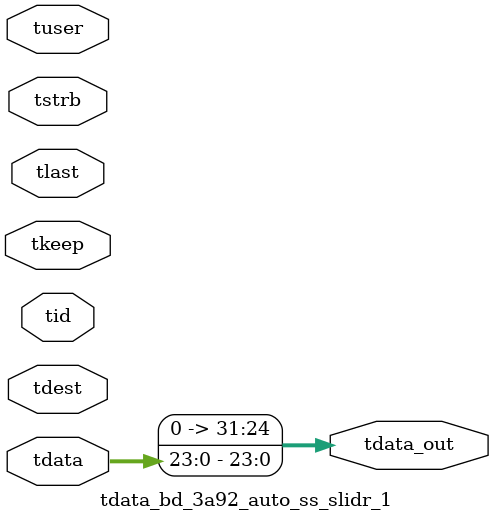
<source format=v>


`timescale 1ps/1ps

module tdata_bd_3a92_auto_ss_slidr_1 #
(
parameter C_S_AXIS_TDATA_WIDTH = 32,
parameter C_S_AXIS_TUSER_WIDTH = 0,
parameter C_S_AXIS_TID_WIDTH   = 0,
parameter C_S_AXIS_TDEST_WIDTH = 0,
parameter C_M_AXIS_TDATA_WIDTH = 32
)
(
input  [(C_S_AXIS_TDATA_WIDTH == 0 ? 1 : C_S_AXIS_TDATA_WIDTH)-1:0     ] tdata,
input  [(C_S_AXIS_TUSER_WIDTH == 0 ? 1 : C_S_AXIS_TUSER_WIDTH)-1:0     ] tuser,
input  [(C_S_AXIS_TID_WIDTH   == 0 ? 1 : C_S_AXIS_TID_WIDTH)-1:0       ] tid,
input  [(C_S_AXIS_TDEST_WIDTH == 0 ? 1 : C_S_AXIS_TDEST_WIDTH)-1:0     ] tdest,
input  [(C_S_AXIS_TDATA_WIDTH/8)-1:0 ] tkeep,
input  [(C_S_AXIS_TDATA_WIDTH/8)-1:0 ] tstrb,
input                                                                    tlast,
output [C_M_AXIS_TDATA_WIDTH-1:0] tdata_out
);

assign tdata_out = {tdata[23:0]};

endmodule


</source>
